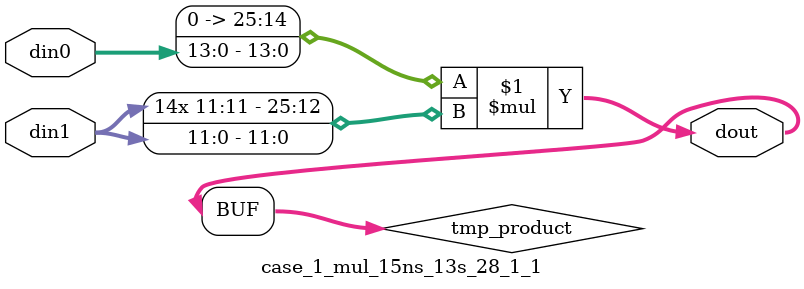
<source format=v>

`timescale 1 ns / 1 ps

 (* use_dsp = "no" *)  module case_1_mul_15ns_13s_28_1_1(din0, din1, dout);
parameter ID = 1;
parameter NUM_STAGE = 0;
parameter din0_WIDTH = 14;
parameter din1_WIDTH = 12;
parameter dout_WIDTH = 26;

input [din0_WIDTH - 1 : 0] din0; 
input [din1_WIDTH - 1 : 0] din1; 
output [dout_WIDTH - 1 : 0] dout;

wire signed [dout_WIDTH - 1 : 0] tmp_product;

























assign tmp_product = $signed({1'b0, din0}) * $signed(din1);










assign dout = tmp_product;





















endmodule

</source>
